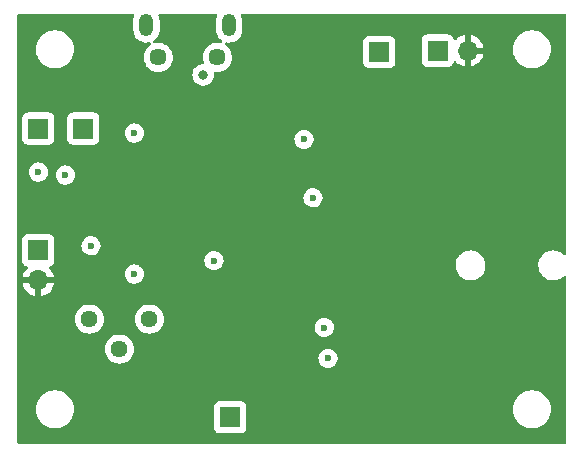
<source format=gbr>
%TF.GenerationSoftware,KiCad,Pcbnew,(6.0.2)*%
%TF.CreationDate,2023-09-05T21:11:47-07:00*%
%TF.ProjectId,parabolic_microphone,70617261-626f-46c6-9963-5f6d6963726f,rev?*%
%TF.SameCoordinates,Original*%
%TF.FileFunction,Copper,L2,Inr*%
%TF.FilePolarity,Positive*%
%FSLAX46Y46*%
G04 Gerber Fmt 4.6, Leading zero omitted, Abs format (unit mm)*
G04 Created by KiCad (PCBNEW (6.0.2)) date 2023-09-05 21:11:47*
%MOMM*%
%LPD*%
G01*
G04 APERTURE LIST*
%TA.AperFunction,ComponentPad*%
%ADD10R,1.700000X1.700000*%
%TD*%
%TA.AperFunction,ComponentPad*%
%ADD11O,1.700000X1.700000*%
%TD*%
%TA.AperFunction,ComponentPad*%
%ADD12O,1.200000X1.900000*%
%TD*%
%TA.AperFunction,ComponentPad*%
%ADD13C,1.450000*%
%TD*%
%TA.AperFunction,ComponentPad*%
%ADD14C,1.440000*%
%TD*%
%TA.AperFunction,ViaPad*%
%ADD15C,0.600000*%
%TD*%
%TA.AperFunction,ViaPad*%
%ADD16C,0.800000*%
%TD*%
G04 APERTURE END LIST*
D10*
%TO.N,Net-(C6-Pad2)*%
%TO.C,J3*%
X69596000Y-43535600D03*
%TD*%
%TO.N,Net-(J7-Pad1)*%
%TO.C,J7*%
X85852000Y-67975800D03*
%TD*%
%TO.N,VCC*%
%TO.C,J1*%
X69596000Y-53848000D03*
D11*
%TO.N,GND*%
X69596000Y-56388000D03*
%TD*%
D10*
%TO.N,Net-(C7-Pad1)*%
%TO.C,J2*%
X103398000Y-36932000D03*
D11*
%TO.N,GND*%
X105938000Y-36932000D03*
%TD*%
D12*
%TO.N,unconnected-(J8-Pad6)*%
%TO.C,J8*%
X85740000Y-34798000D03*
D13*
X84740000Y-37498000D03*
D12*
X78740000Y-34798000D03*
D13*
X79740000Y-37498000D03*
%TD*%
D10*
%TO.N,Net-(C7-Pad2)*%
%TO.C,J5*%
X98445000Y-37059000D03*
%TD*%
D14*
%TO.N,Net-(R4-Pad2)*%
%TO.C,RV1*%
X78994000Y-59670000D03*
X76454000Y-62210000D03*
%TO.N,Net-(C8-Pad1)*%
X73914000Y-59670000D03*
%TD*%
D10*
%TO.N,Net-(C6-Pad1)*%
%TO.C,J4*%
X73406000Y-43535600D03*
%TD*%
D15*
%TO.N,VCC*%
X69596000Y-47224000D03*
X92837000Y-49403000D03*
X93788000Y-60387000D03*
D16*
X83540000Y-38989000D03*
D15*
X71882000Y-47478000D03*
X92075000Y-44450000D03*
X74041000Y-53467000D03*
X94107000Y-62992000D03*
X77724000Y-43922000D03*
%TO.N,GND*%
X89789000Y-62230000D03*
X89027000Y-57404000D03*
X81915000Y-43922000D03*
X71120000Y-63861000D03*
X103473000Y-49689000D03*
X82677000Y-52939000D03*
X72009000Y-51034000D03*
X70866000Y-51034000D03*
X111573000Y-56455000D03*
X74041000Y-57404000D03*
X75565000Y-51923000D03*
X68834000Y-51288000D03*
X88011000Y-46228000D03*
D16*
X80940000Y-38948000D03*
D15*
X87757000Y-43942000D03*
%TO.N,Net-(JP3-Pad2)*%
X77724000Y-55860000D03*
X84455000Y-54717000D03*
%TD*%
%TA.AperFunction,Conductor*%
%TO.N,GND*%
G36*
X77674283Y-33852802D02*
G01*
X77720776Y-33906458D01*
X77730880Y-33976732D01*
X77723028Y-34005898D01*
X77709199Y-34040214D01*
X77672314Y-34131737D01*
X77631772Y-34339337D01*
X77631500Y-34344899D01*
X77631500Y-35200846D01*
X77646548Y-35358566D01*
X77706092Y-35561534D01*
X77708836Y-35566861D01*
X77708836Y-35566862D01*
X77790756Y-35725919D01*
X77802942Y-35749580D01*
X77933604Y-35915920D01*
X77938135Y-35919852D01*
X77938138Y-35919855D01*
X78024058Y-35994412D01*
X78093363Y-36054552D01*
X78098549Y-36057552D01*
X78098553Y-36057555D01*
X78194957Y-36113326D01*
X78276454Y-36160473D01*
X78476271Y-36229861D01*
X78482206Y-36230722D01*
X78482208Y-36230722D01*
X78679664Y-36259352D01*
X78679667Y-36259352D01*
X78685604Y-36260213D01*
X78896899Y-36250433D01*
X78973347Y-36232009D01*
X79044258Y-36235494D01*
X79102028Y-36276763D01*
X79128315Y-36342714D01*
X79114774Y-36412407D01*
X79075139Y-36457715D01*
X79070094Y-36461248D01*
X78944093Y-36549475D01*
X78791475Y-36702093D01*
X78667677Y-36878894D01*
X78665354Y-36883876D01*
X78665351Y-36883881D01*
X78578784Y-37069525D01*
X78576461Y-37074507D01*
X78575039Y-37079815D01*
X78575038Y-37079817D01*
X78545574Y-37189778D01*
X78520599Y-37282987D01*
X78501788Y-37498000D01*
X78520599Y-37713013D01*
X78522023Y-37718326D01*
X78522023Y-37718328D01*
X78573609Y-37910848D01*
X78576461Y-37921493D01*
X78578783Y-37926474D01*
X78578784Y-37926475D01*
X78665351Y-38112119D01*
X78665354Y-38112124D01*
X78667677Y-38117106D01*
X78736990Y-38216094D01*
X78784957Y-38284598D01*
X78791475Y-38293907D01*
X78944093Y-38446525D01*
X79120894Y-38570323D01*
X79125876Y-38572646D01*
X79125881Y-38572649D01*
X79235423Y-38623729D01*
X79316507Y-38661539D01*
X79321815Y-38662961D01*
X79321817Y-38662962D01*
X79519672Y-38715977D01*
X79519674Y-38715977D01*
X79524987Y-38717401D01*
X79740000Y-38736212D01*
X79955013Y-38717401D01*
X79960326Y-38715977D01*
X79960328Y-38715977D01*
X80158183Y-38662962D01*
X80158185Y-38662961D01*
X80163493Y-38661539D01*
X80244577Y-38623729D01*
X80354119Y-38572649D01*
X80354124Y-38572646D01*
X80359106Y-38570323D01*
X80535907Y-38446525D01*
X80688525Y-38293907D01*
X80695044Y-38284598D01*
X80743010Y-38216094D01*
X80812323Y-38117106D01*
X80814646Y-38112124D01*
X80814649Y-38112119D01*
X80901216Y-37926475D01*
X80901217Y-37926474D01*
X80903539Y-37921493D01*
X80906392Y-37910848D01*
X80957977Y-37718328D01*
X80957977Y-37718326D01*
X80959401Y-37713013D01*
X80978212Y-37498000D01*
X80959401Y-37282987D01*
X80934426Y-37189778D01*
X80904962Y-37079817D01*
X80904961Y-37079815D01*
X80903539Y-37074507D01*
X80901216Y-37069525D01*
X80814649Y-36883881D01*
X80814646Y-36883876D01*
X80812323Y-36878894D01*
X80688525Y-36702093D01*
X80535907Y-36549475D01*
X80359106Y-36425677D01*
X80354124Y-36423354D01*
X80354119Y-36423351D01*
X80168475Y-36336784D01*
X80168474Y-36336783D01*
X80163493Y-36334461D01*
X80158185Y-36333039D01*
X80158183Y-36333038D01*
X79960328Y-36280023D01*
X79960326Y-36280023D01*
X79955013Y-36278599D01*
X79740000Y-36259788D01*
X79524987Y-36278599D01*
X79519674Y-36280023D01*
X79519672Y-36280023D01*
X79459216Y-36296222D01*
X79388239Y-36294532D01*
X79329444Y-36254738D01*
X79301496Y-36189473D01*
X79313270Y-36119460D01*
X79353705Y-36071745D01*
X79373710Y-36057555D01*
X79467611Y-35990946D01*
X79613881Y-35838150D01*
X79728620Y-35660452D01*
X79763514Y-35573869D01*
X79805442Y-35469832D01*
X79805443Y-35469829D01*
X79807686Y-35464263D01*
X79848228Y-35256663D01*
X79848500Y-35251101D01*
X79848500Y-34395154D01*
X79833452Y-34237434D01*
X79773908Y-34034466D01*
X79764650Y-34016490D01*
X79751242Y-33946772D01*
X79777656Y-33880872D01*
X79835505Y-33839713D01*
X79876667Y-33832800D01*
X84606162Y-33832800D01*
X84674283Y-33852802D01*
X84720776Y-33906458D01*
X84730880Y-33976732D01*
X84723028Y-34005898D01*
X84709199Y-34040214D01*
X84672314Y-34131737D01*
X84631772Y-34339337D01*
X84631500Y-34344899D01*
X84631500Y-35200846D01*
X84646548Y-35358566D01*
X84706092Y-35561534D01*
X84708836Y-35566861D01*
X84708836Y-35566862D01*
X84790756Y-35725919D01*
X84802942Y-35749580D01*
X84933604Y-35915920D01*
X84938135Y-35919852D01*
X84938138Y-35919855D01*
X85024058Y-35994412D01*
X85093363Y-36054552D01*
X85104182Y-36060811D01*
X85108508Y-36063314D01*
X85157455Y-36114741D01*
X85170828Y-36184467D01*
X85144381Y-36250354D01*
X85086511Y-36291483D01*
X85012797Y-36294082D01*
X84960335Y-36280024D01*
X84960324Y-36280022D01*
X84955013Y-36278599D01*
X84740000Y-36259788D01*
X84524987Y-36278599D01*
X84519674Y-36280023D01*
X84519672Y-36280023D01*
X84321817Y-36333038D01*
X84321815Y-36333039D01*
X84316507Y-36334461D01*
X84311526Y-36336783D01*
X84311525Y-36336784D01*
X84125881Y-36423351D01*
X84125876Y-36423354D01*
X84120894Y-36425677D01*
X83944093Y-36549475D01*
X83791475Y-36702093D01*
X83667677Y-36878894D01*
X83665354Y-36883876D01*
X83665351Y-36883881D01*
X83578784Y-37069525D01*
X83576461Y-37074507D01*
X83575039Y-37079815D01*
X83575038Y-37079817D01*
X83545574Y-37189778D01*
X83520599Y-37282987D01*
X83501788Y-37498000D01*
X83520599Y-37713013D01*
X83522023Y-37718326D01*
X83522023Y-37718328D01*
X83576461Y-37921493D01*
X83573990Y-37922155D01*
X83577794Y-37982295D01*
X83543257Y-38044326D01*
X83480667Y-38077837D01*
X83454898Y-38080500D01*
X83444513Y-38080500D01*
X83438061Y-38081872D01*
X83438056Y-38081872D01*
X83355295Y-38099464D01*
X83257712Y-38120206D01*
X83251682Y-38122891D01*
X83251681Y-38122891D01*
X83089278Y-38195197D01*
X83089276Y-38195198D01*
X83083248Y-38197882D01*
X82928747Y-38310134D01*
X82924326Y-38315044D01*
X82924325Y-38315045D01*
X82813340Y-38438307D01*
X82800960Y-38452056D01*
X82705473Y-38617444D01*
X82646458Y-38799072D01*
X82626496Y-38989000D01*
X82646458Y-39178928D01*
X82705473Y-39360556D01*
X82800960Y-39525944D01*
X82928747Y-39667866D01*
X83083248Y-39780118D01*
X83089276Y-39782802D01*
X83089278Y-39782803D01*
X83251681Y-39855109D01*
X83257712Y-39857794D01*
X83351112Y-39877647D01*
X83438056Y-39896128D01*
X83438061Y-39896128D01*
X83444513Y-39897500D01*
X83635487Y-39897500D01*
X83641939Y-39896128D01*
X83641944Y-39896128D01*
X83728887Y-39877647D01*
X83822288Y-39857794D01*
X83828319Y-39855109D01*
X83990722Y-39782803D01*
X83990724Y-39782802D01*
X83996752Y-39780118D01*
X84151253Y-39667866D01*
X84279040Y-39525944D01*
X84374527Y-39360556D01*
X84433542Y-39178928D01*
X84453504Y-38989000D01*
X84440007Y-38860581D01*
X84452779Y-38790743D01*
X84501281Y-38738896D01*
X84576298Y-38721890D01*
X84740000Y-38736212D01*
X84955013Y-38717401D01*
X84960326Y-38715977D01*
X84960328Y-38715977D01*
X85158183Y-38662962D01*
X85158185Y-38662961D01*
X85163493Y-38661539D01*
X85244577Y-38623729D01*
X85354119Y-38572649D01*
X85354124Y-38572646D01*
X85359106Y-38570323D01*
X85535907Y-38446525D01*
X85688525Y-38293907D01*
X85695044Y-38284598D01*
X85743010Y-38216094D01*
X85812323Y-38117106D01*
X85814646Y-38112124D01*
X85814649Y-38112119D01*
X85886920Y-37957134D01*
X97086500Y-37957134D01*
X97093255Y-38019316D01*
X97144385Y-38155705D01*
X97231739Y-38272261D01*
X97348295Y-38359615D01*
X97484684Y-38410745D01*
X97546866Y-38417500D01*
X99343134Y-38417500D01*
X99405316Y-38410745D01*
X99541705Y-38359615D01*
X99658261Y-38272261D01*
X99745615Y-38155705D01*
X99796745Y-38019316D01*
X99803500Y-37957134D01*
X99803500Y-37830134D01*
X102039500Y-37830134D01*
X102046255Y-37892316D01*
X102097385Y-38028705D01*
X102184739Y-38145261D01*
X102301295Y-38232615D01*
X102437684Y-38283745D01*
X102499866Y-38290500D01*
X104296134Y-38290500D01*
X104358316Y-38283745D01*
X104494705Y-38232615D01*
X104611261Y-38145261D01*
X104698615Y-38028705D01*
X104726727Y-37953717D01*
X104742798Y-37910848D01*
X104785440Y-37854084D01*
X104852001Y-37829384D01*
X104921350Y-37844592D01*
X104956017Y-37872580D01*
X104981218Y-37901673D01*
X104988580Y-37908883D01*
X105152434Y-38044916D01*
X105160881Y-38050831D01*
X105344756Y-38158279D01*
X105354042Y-38162729D01*
X105553001Y-38238703D01*
X105562899Y-38241579D01*
X105666250Y-38262606D01*
X105680299Y-38261410D01*
X105684000Y-38251065D01*
X105684000Y-38250517D01*
X106192000Y-38250517D01*
X106196064Y-38264359D01*
X106209478Y-38266393D01*
X106216184Y-38265534D01*
X106226262Y-38263392D01*
X106430255Y-38202191D01*
X106439842Y-38198433D01*
X106631095Y-38104739D01*
X106639945Y-38099464D01*
X106813328Y-37975792D01*
X106821200Y-37969139D01*
X106972052Y-37818812D01*
X106978730Y-37810965D01*
X107103003Y-37638020D01*
X107108313Y-37629183D01*
X107202670Y-37438267D01*
X107206469Y-37428672D01*
X107268377Y-37224910D01*
X107270555Y-37214837D01*
X107271986Y-37203962D01*
X107269775Y-37189778D01*
X107256617Y-37186000D01*
X106210115Y-37186000D01*
X106194876Y-37190475D01*
X106193671Y-37191865D01*
X106192000Y-37199548D01*
X106192000Y-38250517D01*
X105684000Y-38250517D01*
X105684000Y-36830000D01*
X109765526Y-36830000D01*
X109785391Y-37082403D01*
X109786545Y-37087210D01*
X109786546Y-37087216D01*
X109811670Y-37191865D01*
X109844495Y-37328591D01*
X109846388Y-37333162D01*
X109846389Y-37333164D01*
X109912399Y-37492525D01*
X109941384Y-37562502D01*
X110073672Y-37778376D01*
X110238102Y-37970898D01*
X110430624Y-38135328D01*
X110646498Y-38267616D01*
X110651068Y-38269509D01*
X110651072Y-38269511D01*
X110868603Y-38359615D01*
X110880409Y-38364505D01*
X110965032Y-38384821D01*
X111121784Y-38422454D01*
X111121790Y-38422455D01*
X111126597Y-38423609D01*
X111226416Y-38431465D01*
X111313345Y-38438307D01*
X111313352Y-38438307D01*
X111315801Y-38438500D01*
X111442199Y-38438500D01*
X111444648Y-38438307D01*
X111444655Y-38438307D01*
X111531584Y-38431465D01*
X111631403Y-38423609D01*
X111636210Y-38422455D01*
X111636216Y-38422454D01*
X111792968Y-38384821D01*
X111877591Y-38364505D01*
X111889397Y-38359615D01*
X112106928Y-38269511D01*
X112106932Y-38269509D01*
X112111502Y-38267616D01*
X112327376Y-38135328D01*
X112519898Y-37970898D01*
X112684328Y-37778376D01*
X112816616Y-37562502D01*
X112845602Y-37492525D01*
X112911611Y-37333164D01*
X112911612Y-37333162D01*
X112913505Y-37328591D01*
X112946330Y-37191865D01*
X112971454Y-37087216D01*
X112971455Y-37087210D01*
X112972609Y-37082403D01*
X112992474Y-36830000D01*
X112972609Y-36577597D01*
X112966794Y-36553372D01*
X112914660Y-36336221D01*
X112913505Y-36331409D01*
X112898044Y-36294082D01*
X112818511Y-36102072D01*
X112818509Y-36102068D01*
X112816616Y-36097498D01*
X112684328Y-35881624D01*
X112519898Y-35689102D01*
X112327376Y-35524672D01*
X112111502Y-35392384D01*
X112106932Y-35390491D01*
X112106928Y-35390489D01*
X111882164Y-35297389D01*
X111882162Y-35297388D01*
X111877591Y-35295495D01*
X111792968Y-35275179D01*
X111636216Y-35237546D01*
X111636210Y-35237545D01*
X111631403Y-35236391D01*
X111531584Y-35228535D01*
X111444655Y-35221693D01*
X111444648Y-35221693D01*
X111442199Y-35221500D01*
X111315801Y-35221500D01*
X111313352Y-35221693D01*
X111313345Y-35221693D01*
X111226416Y-35228535D01*
X111126597Y-35236391D01*
X111121790Y-35237545D01*
X111121784Y-35237546D01*
X110965032Y-35275179D01*
X110880409Y-35295495D01*
X110875838Y-35297388D01*
X110875836Y-35297389D01*
X110651072Y-35390489D01*
X110651068Y-35390491D01*
X110646498Y-35392384D01*
X110430624Y-35524672D01*
X110238102Y-35689102D01*
X110073672Y-35881624D01*
X109941384Y-36097498D01*
X109939491Y-36102068D01*
X109939489Y-36102072D01*
X109859956Y-36294082D01*
X109844495Y-36331409D01*
X109843340Y-36336221D01*
X109791207Y-36553372D01*
X109785391Y-36577597D01*
X109765526Y-36830000D01*
X105684000Y-36830000D01*
X105684000Y-36659885D01*
X106192000Y-36659885D01*
X106196475Y-36675124D01*
X106197865Y-36676329D01*
X106205548Y-36678000D01*
X107256344Y-36678000D01*
X107269875Y-36674027D01*
X107271180Y-36664947D01*
X107229214Y-36497875D01*
X107225894Y-36488124D01*
X107140972Y-36292814D01*
X107136105Y-36283739D01*
X107020426Y-36104926D01*
X107014136Y-36096757D01*
X106870806Y-35939240D01*
X106863273Y-35932215D01*
X106696139Y-35800222D01*
X106687552Y-35794517D01*
X106501117Y-35691599D01*
X106491705Y-35687369D01*
X106290959Y-35616280D01*
X106280988Y-35613646D01*
X106209837Y-35600972D01*
X106196540Y-35602432D01*
X106192000Y-35616989D01*
X106192000Y-36659885D01*
X105684000Y-36659885D01*
X105684000Y-35615102D01*
X105680082Y-35601758D01*
X105665806Y-35599771D01*
X105627324Y-35605660D01*
X105617288Y-35608051D01*
X105414868Y-35674212D01*
X105405359Y-35678209D01*
X105216463Y-35776542D01*
X105207738Y-35782036D01*
X105037433Y-35909905D01*
X105029726Y-35916748D01*
X104952478Y-35997584D01*
X104890954Y-36033014D01*
X104820042Y-36029557D01*
X104762255Y-35988311D01*
X104743402Y-35954763D01*
X104701767Y-35843703D01*
X104698615Y-35835295D01*
X104611261Y-35718739D01*
X104494705Y-35631385D01*
X104358316Y-35580255D01*
X104296134Y-35573500D01*
X102499866Y-35573500D01*
X102437684Y-35580255D01*
X102301295Y-35631385D01*
X102184739Y-35718739D01*
X102097385Y-35835295D01*
X102046255Y-35971684D01*
X102039500Y-36033866D01*
X102039500Y-37830134D01*
X99803500Y-37830134D01*
X99803500Y-36160866D01*
X99796745Y-36098684D01*
X99745615Y-35962295D01*
X99658261Y-35845739D01*
X99541705Y-35758385D01*
X99405316Y-35707255D01*
X99343134Y-35700500D01*
X97546866Y-35700500D01*
X97484684Y-35707255D01*
X97348295Y-35758385D01*
X97231739Y-35845739D01*
X97144385Y-35962295D01*
X97093255Y-36098684D01*
X97086500Y-36160866D01*
X97086500Y-37957134D01*
X85886920Y-37957134D01*
X85901216Y-37926475D01*
X85901217Y-37926474D01*
X85903539Y-37921493D01*
X85906392Y-37910848D01*
X85957977Y-37718328D01*
X85957977Y-37718326D01*
X85959401Y-37713013D01*
X85978212Y-37498000D01*
X85959401Y-37282987D01*
X85934426Y-37189778D01*
X85904962Y-37079817D01*
X85904961Y-37079815D01*
X85903539Y-37074507D01*
X85901216Y-37069525D01*
X85814649Y-36883881D01*
X85814646Y-36883876D01*
X85812323Y-36878894D01*
X85688525Y-36702093D01*
X85535907Y-36549475D01*
X85409905Y-36461247D01*
X85365578Y-36405791D01*
X85358269Y-36335172D01*
X85390300Y-36271811D01*
X85451501Y-36235826D01*
X85500257Y-36233339D01*
X85679664Y-36259352D01*
X85679667Y-36259352D01*
X85685604Y-36260213D01*
X85896899Y-36250433D01*
X86028077Y-36218819D01*
X86096701Y-36202281D01*
X86096703Y-36202280D01*
X86102534Y-36200875D01*
X86107992Y-36198393D01*
X86107996Y-36198392D01*
X86281596Y-36119460D01*
X86295087Y-36113326D01*
X86467611Y-35990946D01*
X86613881Y-35838150D01*
X86728620Y-35660452D01*
X86763514Y-35573869D01*
X86805442Y-35469832D01*
X86805443Y-35469829D01*
X86807686Y-35464263D01*
X86848228Y-35256663D01*
X86848500Y-35251101D01*
X86848500Y-34395154D01*
X86833452Y-34237434D01*
X86773908Y-34034466D01*
X86764650Y-34016490D01*
X86751242Y-33946772D01*
X86777656Y-33880872D01*
X86835505Y-33839713D01*
X86876667Y-33832800D01*
X114174000Y-33832800D01*
X114242121Y-33852802D01*
X114288614Y-33906458D01*
X114300000Y-33958800D01*
X114300000Y-54156845D01*
X114279998Y-54224966D01*
X114226342Y-54271459D01*
X114156068Y-54281563D01*
X114089200Y-54250039D01*
X113991865Y-54161471D01*
X113936964Y-54111515D01*
X113932217Y-54108537D01*
X113932214Y-54108535D01*
X113751405Y-53995115D01*
X113746656Y-53992136D01*
X113538217Y-53908344D01*
X113318233Y-53862787D01*
X113313622Y-53862521D01*
X113313621Y-53862521D01*
X113263048Y-53859605D01*
X113263044Y-53859605D01*
X113261225Y-53859500D01*
X113116001Y-53859500D01*
X113113214Y-53859749D01*
X113113208Y-53859749D01*
X113043071Y-53866009D01*
X112949238Y-53874383D01*
X112943824Y-53875864D01*
X112943819Y-53875865D01*
X112829262Y-53907205D01*
X112732549Y-53933663D01*
X112727491Y-53936075D01*
X112727487Y-53936077D01*
X112659537Y-53968488D01*
X112529782Y-54030378D01*
X112347346Y-54161471D01*
X112305803Y-54204340D01*
X112230969Y-54281563D01*
X112191008Y-54322799D01*
X112065710Y-54509262D01*
X111975412Y-54714967D01*
X111974103Y-54720418D01*
X111974102Y-54720422D01*
X111968528Y-54743639D01*
X111922968Y-54933411D01*
X111922645Y-54939016D01*
X111913665Y-55094773D01*
X111910037Y-55157690D01*
X111937025Y-55380715D01*
X112003082Y-55595435D01*
X112005652Y-55600415D01*
X112005654Y-55600419D01*
X112103546Y-55790081D01*
X112106118Y-55795064D01*
X112242877Y-55973292D01*
X112409036Y-56124485D01*
X112413783Y-56127463D01*
X112413786Y-56127465D01*
X112580275Y-56231902D01*
X112599344Y-56243864D01*
X112807783Y-56327656D01*
X113027767Y-56373213D01*
X113032378Y-56373479D01*
X113032379Y-56373479D01*
X113082952Y-56376395D01*
X113082956Y-56376395D01*
X113084775Y-56376500D01*
X113229999Y-56376500D01*
X113232786Y-56376251D01*
X113232792Y-56376251D01*
X113302929Y-56369991D01*
X113396762Y-56361617D01*
X113402176Y-56360136D01*
X113402181Y-56360135D01*
X113529912Y-56325191D01*
X113613451Y-56302337D01*
X113618509Y-56299925D01*
X113618513Y-56299923D01*
X113736042Y-56243864D01*
X113816218Y-56205622D01*
X113998654Y-56074529D01*
X114083517Y-55986958D01*
X114145286Y-55951958D01*
X114216173Y-55955910D01*
X114273670Y-55997559D01*
X114299522Y-56063681D01*
X114300000Y-56074643D01*
X114300000Y-70079600D01*
X114279998Y-70147721D01*
X114226342Y-70194214D01*
X114174000Y-70205600D01*
X67944000Y-70205600D01*
X67875879Y-70185598D01*
X67829386Y-70131942D01*
X67818000Y-70079600D01*
X67818000Y-67310000D01*
X69379526Y-67310000D01*
X69399391Y-67562403D01*
X69458495Y-67808591D01*
X69555384Y-68042502D01*
X69687672Y-68258376D01*
X69852102Y-68450898D01*
X70044624Y-68615328D01*
X70260498Y-68747616D01*
X70265068Y-68749509D01*
X70265072Y-68749511D01*
X70489836Y-68842611D01*
X70494409Y-68844505D01*
X70579032Y-68864821D01*
X70735784Y-68902454D01*
X70735790Y-68902455D01*
X70740597Y-68903609D01*
X70840416Y-68911465D01*
X70927345Y-68918307D01*
X70927352Y-68918307D01*
X70929801Y-68918500D01*
X71056199Y-68918500D01*
X71058648Y-68918307D01*
X71058655Y-68918307D01*
X71145584Y-68911465D01*
X71245403Y-68903609D01*
X71250210Y-68902455D01*
X71250216Y-68902454D01*
X71369010Y-68873934D01*
X84493500Y-68873934D01*
X84500255Y-68936116D01*
X84551385Y-69072505D01*
X84638739Y-69189061D01*
X84755295Y-69276415D01*
X84891684Y-69327545D01*
X84953866Y-69334300D01*
X86750134Y-69334300D01*
X86812316Y-69327545D01*
X86948705Y-69276415D01*
X87065261Y-69189061D01*
X87152615Y-69072505D01*
X87203745Y-68936116D01*
X87210500Y-68873934D01*
X87210500Y-67310000D01*
X109765526Y-67310000D01*
X109785391Y-67562403D01*
X109844495Y-67808591D01*
X109941384Y-68042502D01*
X110073672Y-68258376D01*
X110238102Y-68450898D01*
X110430624Y-68615328D01*
X110646498Y-68747616D01*
X110651068Y-68749509D01*
X110651072Y-68749511D01*
X110875836Y-68842611D01*
X110880409Y-68844505D01*
X110965032Y-68864821D01*
X111121784Y-68902454D01*
X111121790Y-68902455D01*
X111126597Y-68903609D01*
X111226416Y-68911465D01*
X111313345Y-68918307D01*
X111313352Y-68918307D01*
X111315801Y-68918500D01*
X111442199Y-68918500D01*
X111444648Y-68918307D01*
X111444655Y-68918307D01*
X111531584Y-68911465D01*
X111631403Y-68903609D01*
X111636210Y-68902455D01*
X111636216Y-68902454D01*
X111792968Y-68864821D01*
X111877591Y-68844505D01*
X111882164Y-68842611D01*
X112106928Y-68749511D01*
X112106932Y-68749509D01*
X112111502Y-68747616D01*
X112327376Y-68615328D01*
X112519898Y-68450898D01*
X112684328Y-68258376D01*
X112816616Y-68042502D01*
X112913505Y-67808591D01*
X112972609Y-67562403D01*
X112992474Y-67310000D01*
X112972609Y-67057597D01*
X112960723Y-67008085D01*
X112914660Y-66816221D01*
X112913505Y-66811409D01*
X112911611Y-66806836D01*
X112818511Y-66582072D01*
X112818509Y-66582068D01*
X112816616Y-66577498D01*
X112684328Y-66361624D01*
X112519898Y-66169102D01*
X112327376Y-66004672D01*
X112111502Y-65872384D01*
X112106932Y-65870491D01*
X112106928Y-65870489D01*
X111882164Y-65777389D01*
X111882162Y-65777388D01*
X111877591Y-65775495D01*
X111792968Y-65755179D01*
X111636216Y-65717546D01*
X111636210Y-65717545D01*
X111631403Y-65716391D01*
X111531584Y-65708535D01*
X111444655Y-65701693D01*
X111444648Y-65701693D01*
X111442199Y-65701500D01*
X111315801Y-65701500D01*
X111313352Y-65701693D01*
X111313345Y-65701693D01*
X111226416Y-65708535D01*
X111126597Y-65716391D01*
X111121790Y-65717545D01*
X111121784Y-65717546D01*
X110965032Y-65755179D01*
X110880409Y-65775495D01*
X110875838Y-65777388D01*
X110875836Y-65777389D01*
X110651072Y-65870489D01*
X110651068Y-65870491D01*
X110646498Y-65872384D01*
X110430624Y-66004672D01*
X110238102Y-66169102D01*
X110073672Y-66361624D01*
X109941384Y-66577498D01*
X109939491Y-66582068D01*
X109939489Y-66582072D01*
X109846389Y-66806836D01*
X109844495Y-66811409D01*
X109843340Y-66816221D01*
X109797278Y-67008085D01*
X109785391Y-67057597D01*
X109765526Y-67310000D01*
X87210500Y-67310000D01*
X87210500Y-67077666D01*
X87203745Y-67015484D01*
X87152615Y-66879095D01*
X87065261Y-66762539D01*
X86948705Y-66675185D01*
X86812316Y-66624055D01*
X86750134Y-66617300D01*
X84953866Y-66617300D01*
X84891684Y-66624055D01*
X84755295Y-66675185D01*
X84638739Y-66762539D01*
X84551385Y-66879095D01*
X84500255Y-67015484D01*
X84493500Y-67077666D01*
X84493500Y-68873934D01*
X71369010Y-68873934D01*
X71406968Y-68864821D01*
X71491591Y-68844505D01*
X71496164Y-68842611D01*
X71720928Y-68749511D01*
X71720932Y-68749509D01*
X71725502Y-68747616D01*
X71941376Y-68615328D01*
X72133898Y-68450898D01*
X72298328Y-68258376D01*
X72430616Y-68042502D01*
X72527505Y-67808591D01*
X72586609Y-67562403D01*
X72606474Y-67310000D01*
X72586609Y-67057597D01*
X72574723Y-67008085D01*
X72528660Y-66816221D01*
X72527505Y-66811409D01*
X72525611Y-66806836D01*
X72432511Y-66582072D01*
X72432509Y-66582068D01*
X72430616Y-66577498D01*
X72298328Y-66361624D01*
X72133898Y-66169102D01*
X71941376Y-66004672D01*
X71725502Y-65872384D01*
X71720932Y-65870491D01*
X71720928Y-65870489D01*
X71496164Y-65777389D01*
X71496162Y-65777388D01*
X71491591Y-65775495D01*
X71406968Y-65755179D01*
X71250216Y-65717546D01*
X71250210Y-65717545D01*
X71245403Y-65716391D01*
X71145584Y-65708535D01*
X71058655Y-65701693D01*
X71058648Y-65701693D01*
X71056199Y-65701500D01*
X70929801Y-65701500D01*
X70927352Y-65701693D01*
X70927345Y-65701693D01*
X70840416Y-65708535D01*
X70740597Y-65716391D01*
X70735790Y-65717545D01*
X70735784Y-65717546D01*
X70579032Y-65755179D01*
X70494409Y-65775495D01*
X70489838Y-65777388D01*
X70489836Y-65777389D01*
X70265072Y-65870489D01*
X70265068Y-65870491D01*
X70260498Y-65872384D01*
X70044624Y-66004672D01*
X69852102Y-66169102D01*
X69687672Y-66361624D01*
X69555384Y-66577498D01*
X69553491Y-66582068D01*
X69553489Y-66582072D01*
X69460389Y-66806836D01*
X69458495Y-66811409D01*
X69457340Y-66816221D01*
X69411278Y-67008085D01*
X69399391Y-67057597D01*
X69379526Y-67310000D01*
X67818000Y-67310000D01*
X67818000Y-62210000D01*
X75220807Y-62210000D01*
X75239542Y-62424142D01*
X75295178Y-62631777D01*
X75297500Y-62636757D01*
X75297501Y-62636759D01*
X75382363Y-62818744D01*
X75386024Y-62826596D01*
X75509319Y-63002681D01*
X75661319Y-63154681D01*
X75837403Y-63277976D01*
X75842381Y-63280297D01*
X75842384Y-63280299D01*
X75968906Y-63339297D01*
X76032223Y-63368822D01*
X76037531Y-63370244D01*
X76037533Y-63370245D01*
X76234543Y-63423034D01*
X76234545Y-63423034D01*
X76239858Y-63424458D01*
X76454000Y-63443193D01*
X76668142Y-63424458D01*
X76673455Y-63423034D01*
X76673457Y-63423034D01*
X76870467Y-63370245D01*
X76870469Y-63370244D01*
X76875777Y-63368822D01*
X76939094Y-63339297D01*
X77065616Y-63280299D01*
X77065619Y-63280297D01*
X77070597Y-63277976D01*
X77246681Y-63154681D01*
X77398681Y-63002681D01*
X77414114Y-62980640D01*
X93293463Y-62980640D01*
X93311163Y-63161160D01*
X93368418Y-63333273D01*
X93372065Y-63339295D01*
X93372066Y-63339297D01*
X93422779Y-63423034D01*
X93462380Y-63488424D01*
X93588382Y-63618902D01*
X93740159Y-63718222D01*
X93746763Y-63720678D01*
X93746765Y-63720679D01*
X93903558Y-63778990D01*
X93903560Y-63778990D01*
X93910168Y-63781448D01*
X93993995Y-63792633D01*
X94082980Y-63804507D01*
X94082984Y-63804507D01*
X94089961Y-63805438D01*
X94096972Y-63804800D01*
X94096976Y-63804800D01*
X94239459Y-63791832D01*
X94270600Y-63788998D01*
X94277302Y-63786820D01*
X94277304Y-63786820D01*
X94436409Y-63735124D01*
X94436412Y-63735123D01*
X94443108Y-63732947D01*
X94598912Y-63640069D01*
X94730266Y-63514982D01*
X94830643Y-63363902D01*
X94895055Y-63194338D01*
X94896035Y-63187366D01*
X94919748Y-63018639D01*
X94919748Y-63018636D01*
X94920299Y-63014717D01*
X94920616Y-62992000D01*
X94900397Y-62811745D01*
X94898080Y-62805091D01*
X94843064Y-62647106D01*
X94843062Y-62647103D01*
X94840745Y-62640448D01*
X94744626Y-62486624D01*
X94687857Y-62429457D01*
X94621778Y-62362915D01*
X94621774Y-62362912D01*
X94616815Y-62357918D01*
X94605697Y-62350862D01*
X94557538Y-62320300D01*
X94463666Y-62260727D01*
X94434463Y-62250328D01*
X94299425Y-62202243D01*
X94299420Y-62202242D01*
X94292790Y-62199881D01*
X94285802Y-62199048D01*
X94285799Y-62199047D01*
X94162698Y-62184368D01*
X94112680Y-62178404D01*
X94105677Y-62179140D01*
X94105676Y-62179140D01*
X93939288Y-62196628D01*
X93939286Y-62196629D01*
X93932288Y-62197364D01*
X93760579Y-62255818D01*
X93754575Y-62259512D01*
X93612095Y-62347166D01*
X93612092Y-62347168D01*
X93606088Y-62350862D01*
X93601053Y-62355793D01*
X93601050Y-62355795D01*
X93481525Y-62472843D01*
X93476493Y-62477771D01*
X93378235Y-62630238D01*
X93375826Y-62636858D01*
X93375824Y-62636861D01*
X93318606Y-62794066D01*
X93316197Y-62800685D01*
X93293463Y-62980640D01*
X77414114Y-62980640D01*
X77521976Y-62826596D01*
X77525638Y-62818744D01*
X77610499Y-62636759D01*
X77610500Y-62636757D01*
X77612822Y-62631777D01*
X77668458Y-62424142D01*
X77687193Y-62210000D01*
X77668458Y-61995858D01*
X77612822Y-61788223D01*
X77521976Y-61593404D01*
X77398681Y-61417319D01*
X77246681Y-61265319D01*
X77070597Y-61142024D01*
X77065619Y-61139703D01*
X77065616Y-61139701D01*
X76880759Y-61053501D01*
X76880758Y-61053500D01*
X76875777Y-61051178D01*
X76870469Y-61049756D01*
X76870467Y-61049755D01*
X76673457Y-60996966D01*
X76673455Y-60996966D01*
X76668142Y-60995542D01*
X76454000Y-60976807D01*
X76239858Y-60995542D01*
X76234545Y-60996966D01*
X76234543Y-60996966D01*
X76037533Y-61049755D01*
X76037531Y-61049756D01*
X76032223Y-61051178D01*
X76027243Y-61053500D01*
X76027241Y-61053501D01*
X75842385Y-61139701D01*
X75842382Y-61139703D01*
X75837404Y-61142024D01*
X75661319Y-61265319D01*
X75509319Y-61417319D01*
X75386024Y-61593404D01*
X75295178Y-61788223D01*
X75239542Y-61995858D01*
X75220807Y-62210000D01*
X67818000Y-62210000D01*
X67818000Y-59670000D01*
X72680807Y-59670000D01*
X72699542Y-59884142D01*
X72700966Y-59889455D01*
X72700966Y-59889457D01*
X72741869Y-60042106D01*
X72755178Y-60091777D01*
X72757500Y-60096757D01*
X72757501Y-60096759D01*
X72808789Y-60206745D01*
X72846024Y-60286596D01*
X72969319Y-60462681D01*
X73121319Y-60614681D01*
X73297403Y-60737976D01*
X73302381Y-60740297D01*
X73302384Y-60740299D01*
X73354869Y-60764773D01*
X73492223Y-60828822D01*
X73497531Y-60830244D01*
X73497533Y-60830245D01*
X73694543Y-60883034D01*
X73694545Y-60883034D01*
X73699858Y-60884458D01*
X73914000Y-60903193D01*
X74128142Y-60884458D01*
X74133455Y-60883034D01*
X74133457Y-60883034D01*
X74330467Y-60830245D01*
X74330469Y-60830244D01*
X74335777Y-60828822D01*
X74473131Y-60764773D01*
X74525616Y-60740299D01*
X74525619Y-60740297D01*
X74530597Y-60737976D01*
X74706681Y-60614681D01*
X74858681Y-60462681D01*
X74981976Y-60286596D01*
X75019212Y-60206745D01*
X75070499Y-60096759D01*
X75070500Y-60096757D01*
X75072822Y-60091777D01*
X75086132Y-60042106D01*
X75127034Y-59889457D01*
X75127034Y-59889455D01*
X75128458Y-59884142D01*
X75147193Y-59670000D01*
X77760807Y-59670000D01*
X77779542Y-59884142D01*
X77780966Y-59889455D01*
X77780966Y-59889457D01*
X77821869Y-60042106D01*
X77835178Y-60091777D01*
X77837500Y-60096757D01*
X77837501Y-60096759D01*
X77888789Y-60206745D01*
X77926024Y-60286596D01*
X78049319Y-60462681D01*
X78201319Y-60614681D01*
X78377403Y-60737976D01*
X78382381Y-60740297D01*
X78382384Y-60740299D01*
X78434869Y-60764773D01*
X78572223Y-60828822D01*
X78577531Y-60830244D01*
X78577533Y-60830245D01*
X78774543Y-60883034D01*
X78774545Y-60883034D01*
X78779858Y-60884458D01*
X78994000Y-60903193D01*
X79208142Y-60884458D01*
X79213455Y-60883034D01*
X79213457Y-60883034D01*
X79410467Y-60830245D01*
X79410469Y-60830244D01*
X79415777Y-60828822D01*
X79553131Y-60764773D01*
X79605616Y-60740299D01*
X79605619Y-60740297D01*
X79610597Y-60737976D01*
X79786681Y-60614681D01*
X79938681Y-60462681D01*
X79999627Y-60375640D01*
X92974463Y-60375640D01*
X92992163Y-60556160D01*
X93049418Y-60728273D01*
X93053065Y-60734295D01*
X93053066Y-60734297D01*
X93063978Y-60752314D01*
X93143380Y-60883424D01*
X93269382Y-61013902D01*
X93421159Y-61113222D01*
X93427763Y-61115678D01*
X93427765Y-61115679D01*
X93584558Y-61173990D01*
X93584560Y-61173990D01*
X93591168Y-61176448D01*
X93674995Y-61187633D01*
X93763980Y-61199507D01*
X93763984Y-61199507D01*
X93770961Y-61200438D01*
X93777972Y-61199800D01*
X93777976Y-61199800D01*
X93920459Y-61186832D01*
X93951600Y-61183998D01*
X93958302Y-61181820D01*
X93958304Y-61181820D01*
X94117409Y-61130124D01*
X94117412Y-61130123D01*
X94124108Y-61127947D01*
X94279912Y-61035069D01*
X94411266Y-60909982D01*
X94511643Y-60758902D01*
X94576055Y-60589338D01*
X94577035Y-60582366D01*
X94600748Y-60413639D01*
X94600748Y-60413636D01*
X94601299Y-60409717D01*
X94601616Y-60387000D01*
X94581397Y-60206745D01*
X94579080Y-60200091D01*
X94524064Y-60042106D01*
X94524062Y-60042103D01*
X94521745Y-60035448D01*
X94425626Y-59881624D01*
X94411941Y-59867843D01*
X94302778Y-59757915D01*
X94302774Y-59757912D01*
X94297815Y-59752918D01*
X94286697Y-59745862D01*
X94238538Y-59715300D01*
X94144666Y-59655727D01*
X94115463Y-59645328D01*
X93980425Y-59597243D01*
X93980420Y-59597242D01*
X93973790Y-59594881D01*
X93966802Y-59594048D01*
X93966799Y-59594047D01*
X93843698Y-59579368D01*
X93793680Y-59573404D01*
X93786677Y-59574140D01*
X93786676Y-59574140D01*
X93620288Y-59591628D01*
X93620286Y-59591629D01*
X93613288Y-59592364D01*
X93441579Y-59650818D01*
X93401500Y-59675475D01*
X93293095Y-59742166D01*
X93293092Y-59742168D01*
X93287088Y-59745862D01*
X93282053Y-59750793D01*
X93282050Y-59750795D01*
X93162525Y-59867843D01*
X93157493Y-59872771D01*
X93059235Y-60025238D01*
X93056826Y-60031858D01*
X93056824Y-60031861D01*
X93033203Y-60096759D01*
X92997197Y-60195685D01*
X92974463Y-60375640D01*
X79999627Y-60375640D01*
X80061976Y-60286596D01*
X80099212Y-60206745D01*
X80150499Y-60096759D01*
X80150500Y-60096757D01*
X80152822Y-60091777D01*
X80166132Y-60042106D01*
X80207034Y-59889457D01*
X80207034Y-59889455D01*
X80208458Y-59884142D01*
X80227193Y-59670000D01*
X80208458Y-59455858D01*
X80152822Y-59248223D01*
X80061976Y-59053404D01*
X79938681Y-58877319D01*
X79786681Y-58725319D01*
X79610597Y-58602024D01*
X79605619Y-58599703D01*
X79605616Y-58599701D01*
X79420759Y-58513501D01*
X79420758Y-58513500D01*
X79415777Y-58511178D01*
X79410469Y-58509756D01*
X79410467Y-58509755D01*
X79213457Y-58456966D01*
X79213455Y-58456966D01*
X79208142Y-58455542D01*
X78994000Y-58436807D01*
X78779858Y-58455542D01*
X78774545Y-58456966D01*
X78774543Y-58456966D01*
X78577533Y-58509755D01*
X78577531Y-58509756D01*
X78572223Y-58511178D01*
X78567243Y-58513500D01*
X78567241Y-58513501D01*
X78382385Y-58599701D01*
X78382382Y-58599703D01*
X78377404Y-58602024D01*
X78201319Y-58725319D01*
X78049319Y-58877319D01*
X77926024Y-59053404D01*
X77835178Y-59248223D01*
X77779542Y-59455858D01*
X77760807Y-59670000D01*
X75147193Y-59670000D01*
X75128458Y-59455858D01*
X75072822Y-59248223D01*
X74981976Y-59053404D01*
X74858681Y-58877319D01*
X74706681Y-58725319D01*
X74530597Y-58602024D01*
X74525619Y-58599703D01*
X74525616Y-58599701D01*
X74340759Y-58513501D01*
X74340758Y-58513500D01*
X74335777Y-58511178D01*
X74330469Y-58509756D01*
X74330467Y-58509755D01*
X74133457Y-58456966D01*
X74133455Y-58456966D01*
X74128142Y-58455542D01*
X73914000Y-58436807D01*
X73699858Y-58455542D01*
X73694545Y-58456966D01*
X73694543Y-58456966D01*
X73497533Y-58509755D01*
X73497531Y-58509756D01*
X73492223Y-58511178D01*
X73487243Y-58513500D01*
X73487241Y-58513501D01*
X73302385Y-58599701D01*
X73302382Y-58599703D01*
X73297404Y-58602024D01*
X73121319Y-58725319D01*
X72969319Y-58877319D01*
X72846024Y-59053404D01*
X72755178Y-59248223D01*
X72699542Y-59455858D01*
X72680807Y-59670000D01*
X67818000Y-59670000D01*
X67818000Y-56655966D01*
X68264257Y-56655966D01*
X68294565Y-56790446D01*
X68297645Y-56800275D01*
X68377770Y-56997603D01*
X68382413Y-57006794D01*
X68493694Y-57188388D01*
X68499777Y-57196699D01*
X68639213Y-57357667D01*
X68646580Y-57364883D01*
X68810434Y-57500916D01*
X68818881Y-57506831D01*
X69002756Y-57614279D01*
X69012042Y-57618729D01*
X69211001Y-57694703D01*
X69220899Y-57697579D01*
X69324250Y-57718606D01*
X69338299Y-57717410D01*
X69342000Y-57707065D01*
X69342000Y-57706517D01*
X69850000Y-57706517D01*
X69854064Y-57720359D01*
X69867478Y-57722393D01*
X69874184Y-57721534D01*
X69884262Y-57719392D01*
X70088255Y-57658191D01*
X70097842Y-57654433D01*
X70289095Y-57560739D01*
X70297945Y-57555464D01*
X70471328Y-57431792D01*
X70479200Y-57425139D01*
X70630052Y-57274812D01*
X70636730Y-57266965D01*
X70761003Y-57094020D01*
X70766313Y-57085183D01*
X70860670Y-56894267D01*
X70864469Y-56884672D01*
X70926377Y-56680910D01*
X70928555Y-56670837D01*
X70929986Y-56659962D01*
X70927775Y-56645778D01*
X70914617Y-56642000D01*
X69868115Y-56642000D01*
X69852876Y-56646475D01*
X69851671Y-56647865D01*
X69850000Y-56655548D01*
X69850000Y-57706517D01*
X69342000Y-57706517D01*
X69342000Y-56660115D01*
X69337525Y-56644876D01*
X69336135Y-56643671D01*
X69328452Y-56642000D01*
X68279225Y-56642000D01*
X68265694Y-56645973D01*
X68264257Y-56655966D01*
X67818000Y-56655966D01*
X67818000Y-54746134D01*
X68237500Y-54746134D01*
X68244255Y-54808316D01*
X68295385Y-54944705D01*
X68382739Y-55061261D01*
X68499295Y-55148615D01*
X68507704Y-55151767D01*
X68507705Y-55151768D01*
X68616960Y-55192726D01*
X68673725Y-55235367D01*
X68698425Y-55301929D01*
X68683218Y-55371278D01*
X68663825Y-55397759D01*
X68540590Y-55526717D01*
X68534104Y-55534727D01*
X68414098Y-55710649D01*
X68409000Y-55719623D01*
X68319338Y-55912783D01*
X68315775Y-55922470D01*
X68260389Y-56122183D01*
X68261912Y-56130607D01*
X68274292Y-56134000D01*
X70914344Y-56134000D01*
X70927875Y-56130027D01*
X70929180Y-56120947D01*
X70887214Y-55953875D01*
X70883894Y-55944124D01*
X70842377Y-55848640D01*
X76910463Y-55848640D01*
X76928163Y-56029160D01*
X76985418Y-56201273D01*
X76989065Y-56207295D01*
X76989066Y-56207297D01*
X77061958Y-56327656D01*
X77079380Y-56356424D01*
X77084269Y-56361487D01*
X77084270Y-56361488D01*
X77094688Y-56372276D01*
X77205382Y-56486902D01*
X77357159Y-56586222D01*
X77363763Y-56588678D01*
X77363765Y-56588679D01*
X77520558Y-56646990D01*
X77520560Y-56646990D01*
X77527168Y-56649448D01*
X77605965Y-56659962D01*
X77699980Y-56672507D01*
X77699984Y-56672507D01*
X77706961Y-56673438D01*
X77713972Y-56672800D01*
X77713976Y-56672800D01*
X77856459Y-56659832D01*
X77887600Y-56656998D01*
X77894302Y-56654820D01*
X77894304Y-56654820D01*
X78053409Y-56603124D01*
X78053412Y-56603123D01*
X78060108Y-56600947D01*
X78215912Y-56508069D01*
X78347266Y-56382982D01*
X78447643Y-56231902D01*
X78512055Y-56062338D01*
X78513035Y-56055366D01*
X78536748Y-55886639D01*
X78536748Y-55886636D01*
X78537299Y-55882717D01*
X78537616Y-55860000D01*
X78517397Y-55679745D01*
X78515080Y-55673091D01*
X78460064Y-55515106D01*
X78460062Y-55515103D01*
X78457745Y-55508448D01*
X78414577Y-55439364D01*
X78365359Y-55360598D01*
X78361626Y-55354624D01*
X78345946Y-55338834D01*
X78238778Y-55230915D01*
X78238774Y-55230912D01*
X78233815Y-55225918D01*
X78222697Y-55218862D01*
X78135094Y-55163268D01*
X78080666Y-55128727D01*
X78051463Y-55118328D01*
X77916425Y-55070243D01*
X77916420Y-55070242D01*
X77909790Y-55067881D01*
X77902802Y-55067048D01*
X77902799Y-55067047D01*
X77773171Y-55051590D01*
X77729680Y-55046404D01*
X77722677Y-55047140D01*
X77722676Y-55047140D01*
X77556288Y-55064628D01*
X77556286Y-55064629D01*
X77549288Y-55065364D01*
X77377579Y-55123818D01*
X77371575Y-55127512D01*
X77229095Y-55215166D01*
X77229092Y-55215168D01*
X77223088Y-55218862D01*
X77218053Y-55223793D01*
X77218050Y-55223795D01*
X77138263Y-55301929D01*
X77093493Y-55345771D01*
X76995235Y-55498238D01*
X76992826Y-55504858D01*
X76992824Y-55504861D01*
X76959858Y-55595435D01*
X76933197Y-55668685D01*
X76910463Y-55848640D01*
X70842377Y-55848640D01*
X70798972Y-55748814D01*
X70794105Y-55739739D01*
X70678426Y-55560926D01*
X70672136Y-55552757D01*
X70528293Y-55394677D01*
X70497241Y-55330831D01*
X70505635Y-55260333D01*
X70550812Y-55205564D01*
X70577256Y-55191895D01*
X70684297Y-55151767D01*
X70692705Y-55148615D01*
X70809261Y-55061261D01*
X70896615Y-54944705D01*
X70947745Y-54808316D01*
X70954500Y-54746134D01*
X70954500Y-54705640D01*
X83641463Y-54705640D01*
X83659163Y-54886160D01*
X83716418Y-55058273D01*
X83720065Y-55064295D01*
X83720066Y-55064297D01*
X83806187Y-55206500D01*
X83810380Y-55213424D01*
X83936382Y-55343902D01*
X84088159Y-55443222D01*
X84094763Y-55445678D01*
X84094765Y-55445679D01*
X84251558Y-55503990D01*
X84251560Y-55503990D01*
X84258168Y-55506448D01*
X84326593Y-55515578D01*
X84430980Y-55529507D01*
X84430984Y-55529507D01*
X84437961Y-55530438D01*
X84444972Y-55529800D01*
X84444976Y-55529800D01*
X84601239Y-55515578D01*
X84618600Y-55513998D01*
X84625302Y-55511820D01*
X84625304Y-55511820D01*
X84784409Y-55460124D01*
X84784412Y-55460123D01*
X84791108Y-55457947D01*
X84930013Y-55375143D01*
X84940860Y-55368677D01*
X84940862Y-55368676D01*
X84946912Y-55365069D01*
X85078266Y-55239982D01*
X85132941Y-55157690D01*
X104910037Y-55157690D01*
X104937025Y-55380715D01*
X105003082Y-55595435D01*
X105005652Y-55600415D01*
X105005654Y-55600419D01*
X105103546Y-55790081D01*
X105106118Y-55795064D01*
X105242877Y-55973292D01*
X105409036Y-56124485D01*
X105413783Y-56127463D01*
X105413786Y-56127465D01*
X105580275Y-56231902D01*
X105599344Y-56243864D01*
X105807783Y-56327656D01*
X106027767Y-56373213D01*
X106032378Y-56373479D01*
X106032379Y-56373479D01*
X106082952Y-56376395D01*
X106082956Y-56376395D01*
X106084775Y-56376500D01*
X106229999Y-56376500D01*
X106232786Y-56376251D01*
X106232792Y-56376251D01*
X106302929Y-56369991D01*
X106396762Y-56361617D01*
X106402176Y-56360136D01*
X106402181Y-56360135D01*
X106529912Y-56325191D01*
X106613451Y-56302337D01*
X106618509Y-56299925D01*
X106618513Y-56299923D01*
X106736042Y-56243864D01*
X106816218Y-56205622D01*
X106998654Y-56074529D01*
X107117434Y-55951958D01*
X107151089Y-55917229D01*
X107151091Y-55917226D01*
X107154992Y-55913201D01*
X107280290Y-55726738D01*
X107370588Y-55521033D01*
X107373610Y-55508448D01*
X107421722Y-55308046D01*
X107421722Y-55308045D01*
X107423032Y-55302589D01*
X107435014Y-55094773D01*
X107435640Y-55083917D01*
X107435640Y-55083914D01*
X107435963Y-55078310D01*
X107408975Y-54855285D01*
X107342918Y-54640565D01*
X107277798Y-54514396D01*
X107242454Y-54445919D01*
X107242454Y-54445918D01*
X107239882Y-54440936D01*
X107103123Y-54262708D01*
X106936964Y-54111515D01*
X106932217Y-54108537D01*
X106932214Y-54108535D01*
X106751405Y-53995115D01*
X106746656Y-53992136D01*
X106538217Y-53908344D01*
X106318233Y-53862787D01*
X106313622Y-53862521D01*
X106313621Y-53862521D01*
X106263048Y-53859605D01*
X106263044Y-53859605D01*
X106261225Y-53859500D01*
X106116001Y-53859500D01*
X106113214Y-53859749D01*
X106113208Y-53859749D01*
X106043071Y-53866009D01*
X105949238Y-53874383D01*
X105943824Y-53875864D01*
X105943819Y-53875865D01*
X105829262Y-53907205D01*
X105732549Y-53933663D01*
X105727491Y-53936075D01*
X105727487Y-53936077D01*
X105659537Y-53968488D01*
X105529782Y-54030378D01*
X105347346Y-54161471D01*
X105305803Y-54204340D01*
X105230969Y-54281563D01*
X105191008Y-54322799D01*
X105065710Y-54509262D01*
X104975412Y-54714967D01*
X104974103Y-54720418D01*
X104974102Y-54720422D01*
X104968528Y-54743639D01*
X104922968Y-54933411D01*
X104922645Y-54939016D01*
X104913665Y-55094773D01*
X104910037Y-55157690D01*
X85132941Y-55157690D01*
X85178643Y-55088902D01*
X85243055Y-54919338D01*
X85244035Y-54912366D01*
X85267748Y-54743639D01*
X85267748Y-54743636D01*
X85268299Y-54739717D01*
X85268616Y-54717000D01*
X85248397Y-54536745D01*
X85246080Y-54530091D01*
X85191064Y-54372106D01*
X85191062Y-54372103D01*
X85188745Y-54365448D01*
X85092626Y-54211624D01*
X85038228Y-54156845D01*
X84969778Y-54087915D01*
X84969774Y-54087912D01*
X84964815Y-54082918D01*
X84953697Y-54075862D01*
X84878221Y-54027964D01*
X84811666Y-53985727D01*
X84749032Y-53963424D01*
X84647425Y-53927243D01*
X84647420Y-53927242D01*
X84640790Y-53924881D01*
X84633802Y-53924048D01*
X84633799Y-53924047D01*
X84502108Y-53908344D01*
X84460680Y-53903404D01*
X84453677Y-53904140D01*
X84453676Y-53904140D01*
X84287288Y-53921628D01*
X84287286Y-53921629D01*
X84280288Y-53922364D01*
X84108579Y-53980818D01*
X84093584Y-53990043D01*
X83960095Y-54072166D01*
X83960092Y-54072168D01*
X83954088Y-54075862D01*
X83949053Y-54080793D01*
X83949050Y-54080795D01*
X83834244Y-54193222D01*
X83824493Y-54202771D01*
X83726235Y-54355238D01*
X83723826Y-54361858D01*
X83723824Y-54361861D01*
X83668306Y-54514396D01*
X83664197Y-54525685D01*
X83641463Y-54705640D01*
X70954500Y-54705640D01*
X70954500Y-53455640D01*
X73227463Y-53455640D01*
X73245163Y-53636160D01*
X73302418Y-53808273D01*
X73306065Y-53814295D01*
X73306066Y-53814297D01*
X73373038Y-53924881D01*
X73396380Y-53963424D01*
X73401269Y-53968487D01*
X73401270Y-53968488D01*
X73417918Y-53985727D01*
X73522382Y-54093902D01*
X73674159Y-54193222D01*
X73680763Y-54195678D01*
X73680765Y-54195679D01*
X73837558Y-54253990D01*
X73837560Y-54253990D01*
X73844168Y-54256448D01*
X73924397Y-54267153D01*
X74016980Y-54279507D01*
X74016984Y-54279507D01*
X74023961Y-54280438D01*
X74030972Y-54279800D01*
X74030976Y-54279800D01*
X74173459Y-54266832D01*
X74204600Y-54263998D01*
X74211302Y-54261820D01*
X74211304Y-54261820D01*
X74370409Y-54210124D01*
X74370412Y-54210123D01*
X74377108Y-54207947D01*
X74532912Y-54115069D01*
X74664266Y-53989982D01*
X74764643Y-53838902D01*
X74829055Y-53669338D01*
X74830035Y-53662366D01*
X74853748Y-53493639D01*
X74853748Y-53493636D01*
X74854299Y-53489717D01*
X74854616Y-53467000D01*
X74834397Y-53286745D01*
X74832080Y-53280091D01*
X74777064Y-53122106D01*
X74777062Y-53122103D01*
X74774745Y-53115448D01*
X74678626Y-52961624D01*
X74664941Y-52947843D01*
X74555778Y-52837915D01*
X74555774Y-52837912D01*
X74550815Y-52832918D01*
X74539697Y-52825862D01*
X74422197Y-52751295D01*
X74397666Y-52735727D01*
X74368463Y-52725328D01*
X74233425Y-52677243D01*
X74233420Y-52677242D01*
X74226790Y-52674881D01*
X74219802Y-52674048D01*
X74219799Y-52674047D01*
X74096698Y-52659368D01*
X74046680Y-52653404D01*
X74039677Y-52654140D01*
X74039676Y-52654140D01*
X73873288Y-52671628D01*
X73873286Y-52671629D01*
X73866288Y-52672364D01*
X73694579Y-52730818D01*
X73647627Y-52759703D01*
X73546095Y-52822166D01*
X73546092Y-52822168D01*
X73540088Y-52825862D01*
X73535053Y-52830793D01*
X73535050Y-52830795D01*
X73468935Y-52895540D01*
X73410493Y-52952771D01*
X73312235Y-53105238D01*
X73309826Y-53111858D01*
X73309824Y-53111861D01*
X73252606Y-53269066D01*
X73250197Y-53275685D01*
X73227463Y-53455640D01*
X70954500Y-53455640D01*
X70954500Y-52949866D01*
X70947745Y-52887684D01*
X70896615Y-52751295D01*
X70809261Y-52634739D01*
X70692705Y-52547385D01*
X70556316Y-52496255D01*
X70494134Y-52489500D01*
X68697866Y-52489500D01*
X68635684Y-52496255D01*
X68499295Y-52547385D01*
X68382739Y-52634739D01*
X68295385Y-52751295D01*
X68244255Y-52887684D01*
X68237500Y-52949866D01*
X68237500Y-54746134D01*
X67818000Y-54746134D01*
X67818000Y-49391640D01*
X92023463Y-49391640D01*
X92041163Y-49572160D01*
X92098418Y-49744273D01*
X92102065Y-49750295D01*
X92102066Y-49750297D01*
X92112978Y-49768314D01*
X92192380Y-49899424D01*
X92318382Y-50029902D01*
X92470159Y-50129222D01*
X92476763Y-50131678D01*
X92476765Y-50131679D01*
X92633558Y-50189990D01*
X92633560Y-50189990D01*
X92640168Y-50192448D01*
X92723995Y-50203633D01*
X92812980Y-50215507D01*
X92812984Y-50215507D01*
X92819961Y-50216438D01*
X92826972Y-50215800D01*
X92826976Y-50215800D01*
X92969459Y-50202832D01*
X93000600Y-50199998D01*
X93007302Y-50197820D01*
X93007304Y-50197820D01*
X93166409Y-50146124D01*
X93166412Y-50146123D01*
X93173108Y-50143947D01*
X93328912Y-50051069D01*
X93460266Y-49925982D01*
X93560643Y-49774902D01*
X93625055Y-49605338D01*
X93626035Y-49598366D01*
X93649748Y-49429639D01*
X93649748Y-49429636D01*
X93650299Y-49425717D01*
X93650616Y-49403000D01*
X93630397Y-49222745D01*
X93628080Y-49216091D01*
X93573064Y-49058106D01*
X93573062Y-49058103D01*
X93570745Y-49051448D01*
X93474626Y-48897624D01*
X93460941Y-48883843D01*
X93351778Y-48773915D01*
X93351774Y-48773912D01*
X93346815Y-48768918D01*
X93335697Y-48761862D01*
X93287538Y-48731300D01*
X93193666Y-48671727D01*
X93164463Y-48661328D01*
X93029425Y-48613243D01*
X93029420Y-48613242D01*
X93022790Y-48610881D01*
X93015802Y-48610048D01*
X93015799Y-48610047D01*
X92892698Y-48595368D01*
X92842680Y-48589404D01*
X92835677Y-48590140D01*
X92835676Y-48590140D01*
X92669288Y-48607628D01*
X92669286Y-48607629D01*
X92662288Y-48608364D01*
X92490579Y-48666818D01*
X92484575Y-48670512D01*
X92342095Y-48758166D01*
X92342092Y-48758168D01*
X92336088Y-48761862D01*
X92331053Y-48766793D01*
X92331050Y-48766795D01*
X92211525Y-48883843D01*
X92206493Y-48888771D01*
X92108235Y-49041238D01*
X92105826Y-49047858D01*
X92105824Y-49047861D01*
X92048606Y-49205066D01*
X92046197Y-49211685D01*
X92023463Y-49391640D01*
X67818000Y-49391640D01*
X67818000Y-47212640D01*
X68782463Y-47212640D01*
X68800163Y-47393160D01*
X68857418Y-47565273D01*
X68861065Y-47571295D01*
X68861066Y-47571297D01*
X68871978Y-47589314D01*
X68951380Y-47720424D01*
X69077382Y-47850902D01*
X69229159Y-47950222D01*
X69235763Y-47952678D01*
X69235765Y-47952679D01*
X69392558Y-48010990D01*
X69392560Y-48010990D01*
X69399168Y-48013448D01*
X69482995Y-48024633D01*
X69571980Y-48036507D01*
X69571984Y-48036507D01*
X69578961Y-48037438D01*
X69585972Y-48036800D01*
X69585976Y-48036800D01*
X69728459Y-48023832D01*
X69759600Y-48020998D01*
X69766302Y-48018820D01*
X69766304Y-48018820D01*
X69925409Y-47967124D01*
X69925412Y-47967123D01*
X69932108Y-47964947D01*
X70087912Y-47872069D01*
X70219266Y-47746982D01*
X70319643Y-47595902D01*
X70368746Y-47466640D01*
X71068463Y-47466640D01*
X71086163Y-47647160D01*
X71143418Y-47819273D01*
X71147065Y-47825295D01*
X71147066Y-47825297D01*
X71231641Y-47964947D01*
X71237380Y-47974424D01*
X71242269Y-47979487D01*
X71242270Y-47979488D01*
X71275065Y-48013448D01*
X71363382Y-48104902D01*
X71515159Y-48204222D01*
X71521763Y-48206678D01*
X71521765Y-48206679D01*
X71678558Y-48264990D01*
X71678560Y-48264990D01*
X71685168Y-48267448D01*
X71768995Y-48278633D01*
X71857980Y-48290507D01*
X71857984Y-48290507D01*
X71864961Y-48291438D01*
X71871972Y-48290800D01*
X71871976Y-48290800D01*
X72014459Y-48277832D01*
X72045600Y-48274998D01*
X72052302Y-48272820D01*
X72052304Y-48272820D01*
X72211409Y-48221124D01*
X72211412Y-48221123D01*
X72218108Y-48218947D01*
X72373912Y-48126069D01*
X72505266Y-48000982D01*
X72605643Y-47849902D01*
X72670055Y-47680338D01*
X72671035Y-47673366D01*
X72694748Y-47504639D01*
X72694748Y-47504636D01*
X72695299Y-47500717D01*
X72695616Y-47478000D01*
X72675397Y-47297745D01*
X72673080Y-47291091D01*
X72618064Y-47133106D01*
X72618062Y-47133103D01*
X72615745Y-47126448D01*
X72519626Y-46972624D01*
X72505941Y-46958843D01*
X72396778Y-46848915D01*
X72396774Y-46848912D01*
X72391815Y-46843918D01*
X72380697Y-46836862D01*
X72332538Y-46806300D01*
X72238666Y-46746727D01*
X72209463Y-46736328D01*
X72074425Y-46688243D01*
X72074420Y-46688242D01*
X72067790Y-46685881D01*
X72060802Y-46685048D01*
X72060799Y-46685047D01*
X71937698Y-46670368D01*
X71887680Y-46664404D01*
X71880677Y-46665140D01*
X71880676Y-46665140D01*
X71714288Y-46682628D01*
X71714286Y-46682629D01*
X71707288Y-46683364D01*
X71535579Y-46741818D01*
X71529575Y-46745512D01*
X71387095Y-46833166D01*
X71387092Y-46833168D01*
X71381088Y-46836862D01*
X71376053Y-46841793D01*
X71376050Y-46841795D01*
X71256525Y-46958843D01*
X71251493Y-46963771D01*
X71153235Y-47116238D01*
X71150826Y-47122858D01*
X71150824Y-47122861D01*
X71105744Y-47246717D01*
X71091197Y-47286685D01*
X71068463Y-47466640D01*
X70368746Y-47466640D01*
X70384055Y-47426338D01*
X70385035Y-47419366D01*
X70408748Y-47250639D01*
X70408748Y-47250636D01*
X70409299Y-47246717D01*
X70409616Y-47224000D01*
X70389397Y-47043745D01*
X70387080Y-47037091D01*
X70332064Y-46879106D01*
X70332062Y-46879103D01*
X70329745Y-46872448D01*
X70233626Y-46718624D01*
X70219941Y-46704843D01*
X70110778Y-46594915D01*
X70110774Y-46594912D01*
X70105815Y-46589918D01*
X70094697Y-46582862D01*
X70046538Y-46552300D01*
X69952666Y-46492727D01*
X69923463Y-46482328D01*
X69788425Y-46434243D01*
X69788420Y-46434242D01*
X69781790Y-46431881D01*
X69774802Y-46431048D01*
X69774799Y-46431047D01*
X69651698Y-46416368D01*
X69601680Y-46410404D01*
X69594677Y-46411140D01*
X69594676Y-46411140D01*
X69428288Y-46428628D01*
X69428286Y-46428629D01*
X69421288Y-46429364D01*
X69249579Y-46487818D01*
X69243575Y-46491512D01*
X69101095Y-46579166D01*
X69101092Y-46579168D01*
X69095088Y-46582862D01*
X69090053Y-46587793D01*
X69090050Y-46587795D01*
X68970525Y-46704843D01*
X68965493Y-46709771D01*
X68867235Y-46862238D01*
X68864826Y-46868858D01*
X68864824Y-46868861D01*
X68824883Y-46978598D01*
X68805197Y-47032685D01*
X68782463Y-47212640D01*
X67818000Y-47212640D01*
X67818000Y-44433734D01*
X68237500Y-44433734D01*
X68244255Y-44495916D01*
X68295385Y-44632305D01*
X68382739Y-44748861D01*
X68499295Y-44836215D01*
X68635684Y-44887345D01*
X68697866Y-44894100D01*
X70494134Y-44894100D01*
X70556316Y-44887345D01*
X70692705Y-44836215D01*
X70809261Y-44748861D01*
X70896615Y-44632305D01*
X70947745Y-44495916D01*
X70954500Y-44433734D01*
X72047500Y-44433734D01*
X72054255Y-44495916D01*
X72105385Y-44632305D01*
X72192739Y-44748861D01*
X72309295Y-44836215D01*
X72445684Y-44887345D01*
X72507866Y-44894100D01*
X74304134Y-44894100D01*
X74366316Y-44887345D01*
X74502705Y-44836215D01*
X74619261Y-44748861D01*
X74706615Y-44632305D01*
X74757745Y-44495916D01*
X74764500Y-44433734D01*
X74764500Y-43910640D01*
X76910463Y-43910640D01*
X76928163Y-44091160D01*
X76985418Y-44263273D01*
X76989065Y-44269295D01*
X76989066Y-44269297D01*
X76999978Y-44287314D01*
X77079380Y-44418424D01*
X77205382Y-44548902D01*
X77211278Y-44552760D01*
X77343817Y-44639491D01*
X77357159Y-44648222D01*
X77363763Y-44650678D01*
X77363765Y-44650679D01*
X77520558Y-44708990D01*
X77520560Y-44708990D01*
X77527168Y-44711448D01*
X77610995Y-44722633D01*
X77699980Y-44734507D01*
X77699984Y-44734507D01*
X77706961Y-44735438D01*
X77713972Y-44734800D01*
X77713976Y-44734800D01*
X77856459Y-44721832D01*
X77887600Y-44718998D01*
X77894302Y-44716820D01*
X77894304Y-44716820D01*
X78053409Y-44665124D01*
X78053412Y-44665123D01*
X78060108Y-44662947D01*
X78215912Y-44570069D01*
X78347266Y-44444982D01*
X78351480Y-44438640D01*
X91261463Y-44438640D01*
X91279163Y-44619160D01*
X91336418Y-44791273D01*
X91340065Y-44797295D01*
X91340066Y-44797297D01*
X91398692Y-44894100D01*
X91430380Y-44946424D01*
X91556382Y-45076902D01*
X91708159Y-45176222D01*
X91714763Y-45178678D01*
X91714765Y-45178679D01*
X91871558Y-45236990D01*
X91871560Y-45236990D01*
X91878168Y-45239448D01*
X91961995Y-45250633D01*
X92050980Y-45262507D01*
X92050984Y-45262507D01*
X92057961Y-45263438D01*
X92064972Y-45262800D01*
X92064976Y-45262800D01*
X92207459Y-45249832D01*
X92238600Y-45246998D01*
X92245302Y-45244820D01*
X92245304Y-45244820D01*
X92404409Y-45193124D01*
X92404412Y-45193123D01*
X92411108Y-45190947D01*
X92566912Y-45098069D01*
X92698266Y-44972982D01*
X92798643Y-44821902D01*
X92863055Y-44652338D01*
X92864861Y-44639491D01*
X92887748Y-44476639D01*
X92887748Y-44476636D01*
X92888299Y-44472717D01*
X92888616Y-44450000D01*
X92868397Y-44269745D01*
X92866080Y-44263091D01*
X92811064Y-44105106D01*
X92811062Y-44105103D01*
X92808745Y-44098448D01*
X92712626Y-43944624D01*
X92694094Y-43925962D01*
X92589778Y-43820915D01*
X92589774Y-43820912D01*
X92584815Y-43815918D01*
X92573697Y-43808862D01*
X92478965Y-43748744D01*
X92431666Y-43718727D01*
X92402463Y-43708328D01*
X92267425Y-43660243D01*
X92267420Y-43660242D01*
X92260790Y-43657881D01*
X92253802Y-43657048D01*
X92253799Y-43657047D01*
X92130698Y-43642368D01*
X92080680Y-43636404D01*
X92073677Y-43637140D01*
X92073676Y-43637140D01*
X91907288Y-43654628D01*
X91907286Y-43654629D01*
X91900288Y-43655364D01*
X91728579Y-43713818D01*
X91689800Y-43737675D01*
X91580095Y-43805166D01*
X91580092Y-43805168D01*
X91574088Y-43808862D01*
X91569053Y-43813793D01*
X91569050Y-43813795D01*
X91449525Y-43930843D01*
X91444493Y-43935771D01*
X91346235Y-44088238D01*
X91343826Y-44094858D01*
X91343824Y-44094861D01*
X91330700Y-44130920D01*
X91284197Y-44258685D01*
X91261463Y-44438640D01*
X78351480Y-44438640D01*
X78447643Y-44293902D01*
X78512055Y-44124338D01*
X78515694Y-44098448D01*
X78536748Y-43948639D01*
X78536748Y-43948636D01*
X78537299Y-43944717D01*
X78537616Y-43922000D01*
X78517397Y-43741745D01*
X78515080Y-43735091D01*
X78460064Y-43577106D01*
X78460062Y-43577103D01*
X78457745Y-43570448D01*
X78361626Y-43416624D01*
X78347941Y-43402843D01*
X78238778Y-43292915D01*
X78238774Y-43292912D01*
X78233815Y-43287918D01*
X78222697Y-43280862D01*
X78174538Y-43250300D01*
X78080666Y-43190727D01*
X78051463Y-43180328D01*
X77916425Y-43132243D01*
X77916420Y-43132242D01*
X77909790Y-43129881D01*
X77902802Y-43129048D01*
X77902799Y-43129047D01*
X77779698Y-43114368D01*
X77729680Y-43108404D01*
X77722677Y-43109140D01*
X77722676Y-43109140D01*
X77556288Y-43126628D01*
X77556286Y-43126629D01*
X77549288Y-43127364D01*
X77377579Y-43185818D01*
X77371575Y-43189512D01*
X77229095Y-43277166D01*
X77229092Y-43277168D01*
X77223088Y-43280862D01*
X77218053Y-43285793D01*
X77218050Y-43285795D01*
X77098525Y-43402843D01*
X77093493Y-43407771D01*
X76995235Y-43560238D01*
X76992826Y-43566858D01*
X76992824Y-43566861D01*
X76937549Y-43718727D01*
X76933197Y-43730685D01*
X76910463Y-43910640D01*
X74764500Y-43910640D01*
X74764500Y-42637466D01*
X74757745Y-42575284D01*
X74706615Y-42438895D01*
X74619261Y-42322339D01*
X74502705Y-42234985D01*
X74366316Y-42183855D01*
X74304134Y-42177100D01*
X72507866Y-42177100D01*
X72445684Y-42183855D01*
X72309295Y-42234985D01*
X72192739Y-42322339D01*
X72105385Y-42438895D01*
X72054255Y-42575284D01*
X72047500Y-42637466D01*
X72047500Y-44433734D01*
X70954500Y-44433734D01*
X70954500Y-42637466D01*
X70947745Y-42575284D01*
X70896615Y-42438895D01*
X70809261Y-42322339D01*
X70692705Y-42234985D01*
X70556316Y-42183855D01*
X70494134Y-42177100D01*
X68697866Y-42177100D01*
X68635684Y-42183855D01*
X68499295Y-42234985D01*
X68382739Y-42322339D01*
X68295385Y-42438895D01*
X68244255Y-42575284D01*
X68237500Y-42637466D01*
X68237500Y-44433734D01*
X67818000Y-44433734D01*
X67818000Y-36830000D01*
X69379526Y-36830000D01*
X69399391Y-37082403D01*
X69400545Y-37087210D01*
X69400546Y-37087216D01*
X69425670Y-37191865D01*
X69458495Y-37328591D01*
X69460388Y-37333162D01*
X69460389Y-37333164D01*
X69526399Y-37492525D01*
X69555384Y-37562502D01*
X69687672Y-37778376D01*
X69852102Y-37970898D01*
X70044624Y-38135328D01*
X70260498Y-38267616D01*
X70265068Y-38269509D01*
X70265072Y-38269511D01*
X70482603Y-38359615D01*
X70494409Y-38364505D01*
X70579032Y-38384821D01*
X70735784Y-38422454D01*
X70735790Y-38422455D01*
X70740597Y-38423609D01*
X70840416Y-38431465D01*
X70927345Y-38438307D01*
X70927352Y-38438307D01*
X70929801Y-38438500D01*
X71056199Y-38438500D01*
X71058648Y-38438307D01*
X71058655Y-38438307D01*
X71145584Y-38431465D01*
X71245403Y-38423609D01*
X71250210Y-38422455D01*
X71250216Y-38422454D01*
X71406968Y-38384821D01*
X71491591Y-38364505D01*
X71503397Y-38359615D01*
X71720928Y-38269511D01*
X71720932Y-38269509D01*
X71725502Y-38267616D01*
X71941376Y-38135328D01*
X72133898Y-37970898D01*
X72298328Y-37778376D01*
X72430616Y-37562502D01*
X72459602Y-37492525D01*
X72525611Y-37333164D01*
X72525612Y-37333162D01*
X72527505Y-37328591D01*
X72560330Y-37191865D01*
X72585454Y-37087216D01*
X72585455Y-37087210D01*
X72586609Y-37082403D01*
X72606474Y-36830000D01*
X72586609Y-36577597D01*
X72580794Y-36553372D01*
X72528660Y-36336221D01*
X72527505Y-36331409D01*
X72512044Y-36294082D01*
X72432511Y-36102072D01*
X72432509Y-36102068D01*
X72430616Y-36097498D01*
X72298328Y-35881624D01*
X72133898Y-35689102D01*
X71941376Y-35524672D01*
X71725502Y-35392384D01*
X71720932Y-35390491D01*
X71720928Y-35390489D01*
X71496164Y-35297389D01*
X71496162Y-35297388D01*
X71491591Y-35295495D01*
X71406968Y-35275179D01*
X71250216Y-35237546D01*
X71250210Y-35237545D01*
X71245403Y-35236391D01*
X71145584Y-35228535D01*
X71058655Y-35221693D01*
X71058648Y-35221693D01*
X71056199Y-35221500D01*
X70929801Y-35221500D01*
X70927352Y-35221693D01*
X70927345Y-35221693D01*
X70840416Y-35228535D01*
X70740597Y-35236391D01*
X70735790Y-35237545D01*
X70735784Y-35237546D01*
X70579032Y-35275179D01*
X70494409Y-35295495D01*
X70489838Y-35297388D01*
X70489836Y-35297389D01*
X70265072Y-35390489D01*
X70265068Y-35390491D01*
X70260498Y-35392384D01*
X70044624Y-35524672D01*
X69852102Y-35689102D01*
X69687672Y-35881624D01*
X69555384Y-36097498D01*
X69553491Y-36102068D01*
X69553489Y-36102072D01*
X69473956Y-36294082D01*
X69458495Y-36331409D01*
X69457340Y-36336221D01*
X69405207Y-36553372D01*
X69399391Y-36577597D01*
X69379526Y-36830000D01*
X67818000Y-36830000D01*
X67818000Y-33958800D01*
X67838002Y-33890679D01*
X67891658Y-33844186D01*
X67944000Y-33832800D01*
X77606162Y-33832800D01*
X77674283Y-33852802D01*
G37*
%TD.AperFunction*%
%TD*%
M02*

</source>
